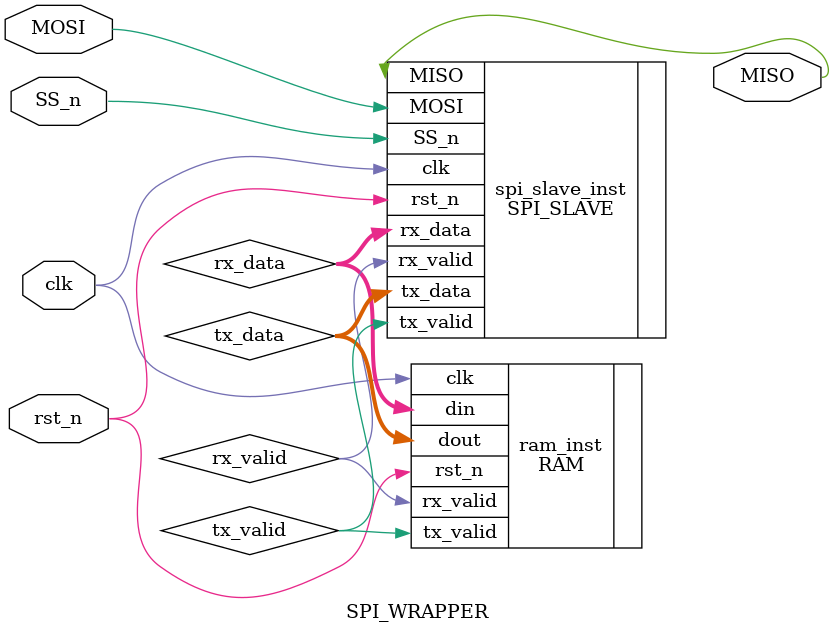
<source format=sv>
module SPI_WRAPPER (
    input  logic clk,
    input  logic rst_n,
    input  logic SS_n,
    input  logic MOSI,
    output logic MISO
);

    // Internal signals
    logic [9:0] rx_data;
    logic       rx_valid;
    logic [7:0] tx_data;
    logic       tx_valid;

    // SPI_SLAVE instantiation
    SPI_SLAVE spi_slave_inst (
        .clk      (clk),
        .rst_n    (rst_n),
        .SS_n     (SS_n),
        .rx_data  (rx_data),
        .rx_valid (rx_valid),
        .tx_data  (tx_data),
        .tx_valid (tx_valid),
        .MOSI     (MOSI),
        .MISO     (MISO)
    );

    // RAM instantiation
    RAM ram_inst (
        .clk      (clk),
        .rst_n    (rst_n),
        .rx_valid (rx_valid),
        .din      (rx_data),
        .tx_valid (tx_valid),
        .dout     (tx_data)
    );

endmodule

</source>
